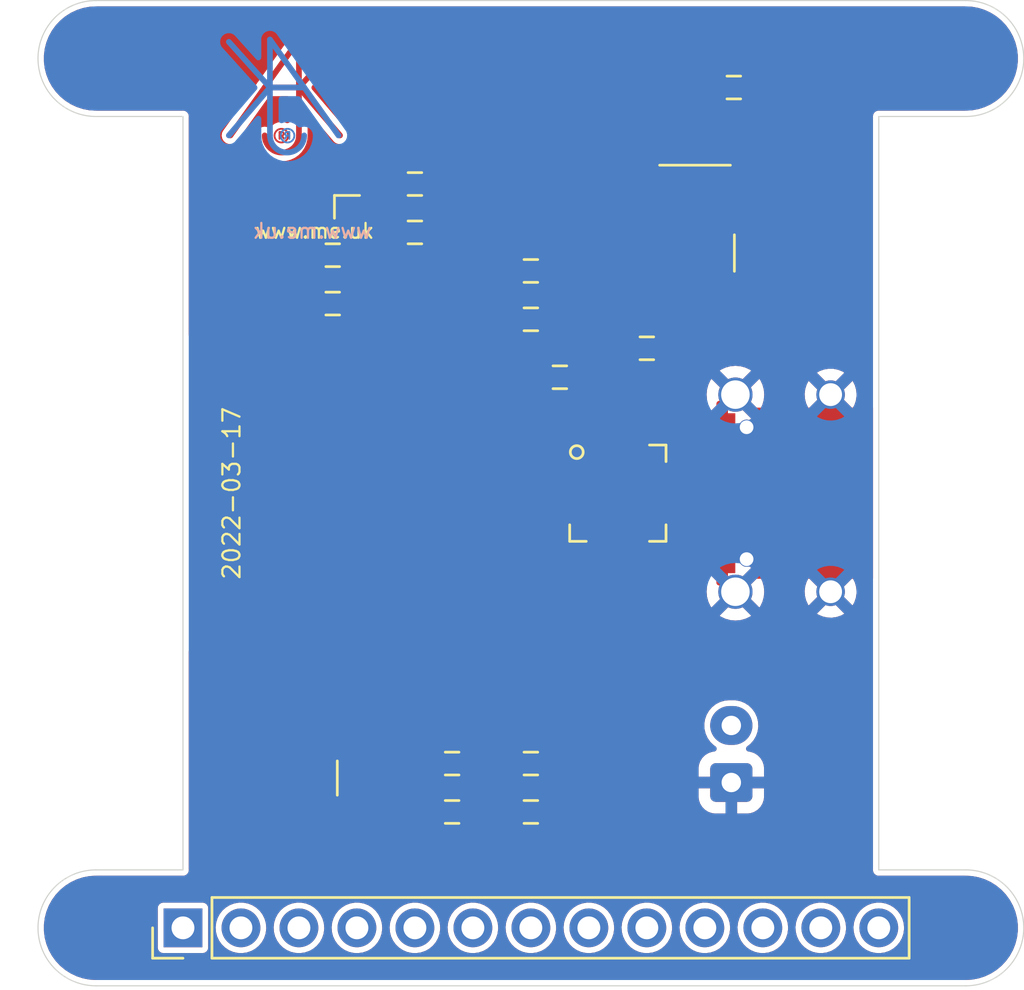
<source format=kicad_pcb>
(kicad_pcb (version 20211014) (generator pcbnew)
  (title_block (title "1.54\" epaper display") (date "${DATE}") (rev "1") (comment 1 "www.me.uk") (comment 2 "@TheRealRevK") (comment 3 "Adrian Kennard Andrews & Arnold Ltd"))
  (layers (0 "F.Cu" signal) (31 "B.Cu" signal) (34 "B.Paste" user) (35 "F.Paste" user) (36 "B.SilkS" user "B.Silkscreen") (37 "F.SilkS" user "F.Silkscreen") (38 "B.Mask" user) (39 "F.Mask" user) (44 "Edge.Cuts" user))
  (property "DATE" "2022-03-17")
  (net 0 "")
  (net 1 "VBUS")
  (net 2 "D+")
  (net 3 "D-")
  (net 5 "Net-(J1-PadA5)")
  (net 6 "Net-(J1-PadB5)")
  (net 8 "Net-(J1-PadA6)")
  (net 9 "TEMP")
  (net 10 "Net-(R7-Pad2)")
  (net 11 "GND")
  (net 12 "+3V3")
  (net 28 "R")
  (net 29 "G")
  (net 30 "B")
  (net 31 "DC")
  (net 32 "Net-(D3-Pad2)")
  (net 33 "Net-(D3-Pad3)")
  (net 38 "O")
  (net 42 "I")
  (net 43 "EN")
  (net 44 "Net-(D3-Pad4)")
  (net 45 "Net-(R1-Pad2)")
  (net 47 "BOOT")
  (net 48 "Net-(J1-PadA7)")
  (footprint "RevK:QFN-20-1EP_4x4mm_P0.5mm_EP2.5x2.5mm" (layer "F.Cu") (at 154.94 82.55)
    (fp_text reference "U2" hide)
    (fp_text value "FT231XQ")
    (fp_line (start -1.385 2.11) (end -2.11 2.11) (layer "F.SilkS") (width 0.12))
    (fp_line (start 2.11 2.11) (end 2.11 1.385) (layer "F.SilkS") (width 0.12))
    (fp_line (start 1.385 2.11) (end 2.11 2.11) (layer "F.SilkS") (width 0.12))
    (fp_line (start -2.11 2.11) (end -2.11 1.385) (layer "F.SilkS") (width 0.12))
    (fp_line (start 2.11 -2.11) (end 2.11 -1.385) (layer "F.SilkS") (width 0.12))
    (fp_line (start 1.385 -2.11) (end 2.11 -2.11) (layer "F.SilkS") (width 0.12))
    (fp_circle (center -1.8 -1.8) (end -1.6 -1.6) (layer "F.SilkS") (width 0.12) (fill none))
    (pad "1" smd roundrect (at -1.9 -1) (size 0.7 0.25) (layers "F.Cu" "F.Paste" "F.Mask") (net 38 "O"))
    (pad "2" smd roundrect (at -1.9 -0.5) (size 0.7 0.25) (layers "F.Cu" "F.Paste" "F.Mask") (net 11 "GND"))
    (pad "3" smd roundrect (at -1.9 0) (size 0.7 0.25) (layers "F.Cu" "F.Paste" "F.Mask") (net 11 "GND"))
    (pad "4" smd roundrect (at -1.9 0.5) (size 0.7 0.25) (layers "F.Cu" "F.Paste" "F.Mask") (net 11 "GND"))
    (pad "5" smd roundrect (at -1.9 1) (size 0.7 0.25) (layers "F.Cu" "F.Paste" "F.Mask") (net 11 "GND"))
    (pad "6" smd roundrect (at -1 1.9) (size 0.25 0.7) (layers "F.Cu" "F.Paste" "F.Mask") (net 11 "GND"))
    (pad "7" smd roundrect (at -0.5 1.9) (size 0.25 0.7) (layers "F.Cu" "F.Paste" "F.Mask"))
    (pad "8" smd roundrect (at 0 1.9) (size 0.25 0.7) (layers "F.Cu" "F.Paste" "F.Mask") (net 2 "D+"))
    (pad "9" smd roundrect (at 0.5 1.9) (size 0.25 0.7) (layers "F.Cu" "F.Paste" "F.Mask") (net 3 "D-"))
    (pad "10" smd roundrect (at 1 1.9) (size 0.25 0.7) (layers "F.Cu" "F.Paste" "F.Mask") (net 12 "+3V3"))
    (pad "11" smd roundrect (at 1.9 1) (size 0.7 0.25) (layers "F.Cu" "F.Paste" "F.Mask") (net 12 "+3V3"))
    (pad "12" smd roundrect (at 1.9 0.5) (size 0.7 0.25) (layers "F.Cu" "F.Paste" "F.Mask") (net 12 "+3V3"))
    (pad "13" smd roundrect (at 1.9 0) (size 0.7 0.25) (layers "F.Cu" "F.Paste" "F.Mask") (net 11 "GND"))
    (pad "14" smd roundrect (at 1.9 -0.5) (size 0.7 0.25) (layers "F.Cu" "F.Paste" "F.Mask"))
    (pad "15" smd roundrect (at 1.9 -1) (size 0.7 0.25) (layers "F.Cu" "F.Paste" "F.Mask"))
    (pad "16" smd roundrect (at 1 -1.9) (size 0.25 0.7) (layers "F.Cu" "F.Paste" "F.Mask") (net 10 "Net-(R7-Pad2)"))
    (pad "17" smd roundrect (at 0.5 -1.9) (size 0.25 0.7) (layers "F.Cu" "F.Paste" "F.Mask") (net 42 "I"))
    (pad "18" smd roundrect (at 0 -1.9) (size 0.25 0.7) (layers "F.Cu" "F.Paste" "F.Mask") (net 47 "BOOT"))
    (pad "19" smd roundrect (at -0.5 -1.9) (size 0.25 0.7) (layers "F.Cu" "F.Paste" "F.Mask") (net 43 "EN"))
    (pad "20" smd roundrect (at -1 -1.9) (size 0.25 0.7) (layers "F.Cu" "F.Paste" "F.Mask") (net 12 "+3V3"))
    (pad "21" smd roundrect (at 0 0) (size 2 2) (layers "F.Cu" "F.Mask") (roundrect_rratio 0) (chamfer_ratio 0.125) (chamfer top_left) (net 11 "GND"))
    (zone (net 0) (net_name "") (layer "F.Cu") (connect_pads (clearance 0)) (min_thickness 0.254)
      (keepout (tracks allowed) (vias allowed) (pads allowed) (copperpour not_allowed) (footprints allowed))
      (fill (thermal_gap 0.508) (thermal_bridge_width 0.508))
      (polygon (pts (xy 156.94 81.35) (xy 156.94 83.75) (xy 156.14 84.55) (xy 153.74 84.55) (xy 152.94 83.75) (xy 152.94 81.35) (xy 153.74 80.55) (xy 156.14 80.55)))
    )
  )
  (footprint "RevK:USC16-TR-Round" (layer "F.Cu") (at 166.37 82.55 90)
    (fp_text reference "J1" hide)
    (fp_text value "USB-C")
    (pad "A1" smd rect (at -3.2 -6.86 90) (size 0.6 1.14) (layers "F.Cu" "F.Paste" "F.Mask") (net 11 "GND"))
    (pad "A4" smd rect (at -2.4 -6.86 90) (size 0.6 1.14) (layers "F.Cu" "F.Paste" "F.Mask") (net 1 "VBUS"))
    (pad "A5" smd roundrect (at -1.25 -6.86 90) (size 0.3 1.14) (layers "F.Cu" "F.Paste" "F.Mask") (net 5 "Net-(J1-PadA5)"))
    (pad "A6" smd roundrect (at -0.25 -6.86 90) (size 0.3 1.14) (layers "F.Cu" "F.Paste" "F.Mask") (net 8 "Net-(J1-PadA6)"))
    (pad "A7" smd roundrect (at 0.25 -6.86 90) (size 0.3 1.14) (layers "F.Cu" "F.Paste" "F.Mask") (net 48 "Net-(J1-PadA7)"))
    (pad "A8" smd roundrect (at 1.25 -6.86 90) (size 0.3 1.14) (layers "F.Cu" "F.Paste" "F.Mask"))
    (pad "A9" smd rect (at 2.4 -6.86 90) (size 0.6 1.14) (layers "F.Cu") (net 1 "VBUS"))
    (pad "A12" smd rect (at 3.2 -6.86 90) (size 0.6 1.14) (layers "F.Cu") (net 11 "GND"))
    (pad "B1" smd rect (at 3.2 -6.86 90) (size 0.6 1.14) (layers "F.Cu" "F.Paste" "F.Mask") (net 11 "GND"))
    (pad "B4" smd rect (at 2.4 -6.86 90) (size 0.6 1.14) (layers "F.Cu" "F.Paste" "F.Mask") (net 1 "VBUS"))
    (pad "B5" smd roundrect (at 1.75 -6.86 90) (size 0.3 1.14) (layers "F.Cu" "F.Paste" "F.Mask") (net 6 "Net-(J1-PadB5)"))
    (pad "B6" smd roundrect (at 0.75 -6.86 90) (size 0.3 1.14) (layers "F.Cu" "F.Paste" "F.Mask") (net 8 "Net-(J1-PadA6)"))
    (pad "B7" smd roundrect (at -0.75 -6.86 90) (size 0.3 1.14) (layers "F.Cu" "F.Paste" "F.Mask") (net 48 "Net-(J1-PadA7)"))
    (pad "B8" smd roundrect (at -1.75 -6.86 90) (size 0.3 1.14) (layers "F.Cu" "F.Paste" "F.Mask"))
    (pad "B9" smd rect (at -2.4 -6.86 90) (size 0.6 1.14) (layers "F.Cu") (net 1 "VBUS"))
    (pad "B12" smd rect (at -3.2 -6.86 90) (size 0.6 1.14) (layers "F.Cu") (net 11 "GND"))
    (pad "S1" thru_hole circle (at 4.32 -6.28 90) (size 1.5 1.5) (drill 1.25) (layers *.Cu *.Mask) (net 11 "GND"))
    (pad "S1" thru_hole circle (at 2.89 -5.79 90) (size 0.67 0.67) (drill 0.6) (layers *.Cu *.Mask) (net 11 "GND"))
    (pad "S1" thru_hole circle (at -4.32 -6.28 90) (size 1.5 1.5) (drill 1.25) (layers *.Cu *.Mask) (net 11 "GND"))
    (pad "S1" thru_hole circle (at -4.32 -2.11 90) (size 1.25 1.25) (drill 1) (layers *.Cu *.Mask) (net 11 "GND"))
    (pad "S1" thru_hole circle (at -2.89 -5.79 90) (size 0.67 0.67) (drill 0.6) (layers *.Cu *.Mask) (net 11 "GND"))
    (pad "S1" smd rect (at 0 -2.875 90) (size 7.5 5.25) (layers "F.Cu" "F.Mask") (net 11 "GND"))
    (pad "S1" thru_hole circle (at 4.32 -2.11 90) (size 1.25 1.25) (drill 1) (layers *.Cu *.Mask) (net 11 "GND"))
  )
  (footprint "RevK:Hidden" (layer "F.Cu") (at 153.915 93.87)
    (fp_text reference "C3" hide)
    (fp_text value "10uF")
  )
  (footprint "RevK:C_0603" (layer "F.Cu") (at 160.02 64.77)
    (fp_text reference "C4" hide)
    (fp_text value "10nF")
    (fp_line (start -0.3 0.5) (end 0.3 0.5) (layer "F.SilkS") (width 0.12))
    (fp_line (start -0.3 -0.5) (end 0.3 -0.5) (layer "F.SilkS") (width 0.12))
    (pad "1" smd roundrect (at -0.775 0) (size 0.8 0.95) (layers "F.Cu" "F.Paste" "F.Mask") (net 11 "GND"))
    (pad "2" smd roundrect (at 0.775 0) (size 0.8 0.95) (layers "F.Cu" "F.Paste" "F.Mask") (net 1 "VBUS"))
  )
  (footprint "RevK:R_0603" (layer "F.Cu") (at 151.13 74.93)
    (fp_text reference "R7" hide)
    (fp_text value "4k7")
    (fp_line (start -0.3 0.5) (end 0.3 0.5) (layer "F.SilkS") (width 0.12))
    (fp_line (start -0.3 -0.5) (end 0.3 -0.5) (layer "F.SilkS") (width 0.12))
    (pad "1" smd roundrect (at -0.825 0) (size 0.8 0.95) (layers "F.Cu" "F.Paste" "F.Mask") (net 1 "VBUS"))
    (pad "2" smd roundrect (at 0.825 0) (size 0.8 0.95) (layers "F.Cu" "F.Paste" "F.Mask") (net 10 "Net-(R7-Pad2)"))
  )
  (footprint "RevK:Molex_MiniSPOX_H2RA" (layer "F.Cu") (at 159.91 93.98 90)
    (fp_text reference "J2" hide)
    (fp_text value "DC")
    (pad "1" thru_hole roundrect (at -1.25 0 90) (size 1.7 1.85) (drill 0.85) (layers *.Cu *.Mask) (roundrect_rratio 0.147059) (net 11 "GND"))
    (pad "2" thru_hole oval (at 1.25 0 90) (size 1.7 1.85) (drill 0.85) (layers *.Cu *.Mask) (net 31 "DC"))
  )
  (footprint "RevK:Hidden" (layer "F.Cu") (at 156.035 93.87)
    (fp_text reference "D1" hide)
    (fp_text value "Schottky")
  )
  (footprint "RevK:Hidden" (layer "F.Cu") (at 152.915 92.25)
    (fp_text reference "C1" hide)
    (fp_text value "0.1uF")
  )
  (footprint "RevK:RegulatorBlockFB" (layer "F.Cu") (at 158.32 68.85)
    (fp_text reference "U1" hide)
    (fp_text value "LMR16006+FB")
    (fp_line (start 1.725 2.375) (end 1.725 3.975) (layer "F.SilkS") (width 0.12))
    (fp_line (start -1.55 -0.675) (end 1.55 -0.675) (layer "F.SilkS") (width 0.12))
    (pad "" smd rect (at 2.4 0.05 90) (size 3.7 1.425) (layers "F.Cu" "F.Mask") (clearance 0.2))
    (pad "" smd roundrect (at -2.1 1.025 90) (size 0.9 0.95) (layers "F.Cu" "F.Paste" "F.Mask") (clearance 0.2))
    (pad "" smd rect (at 0.95 -1.35 90) (size 1.1 0.6) (layers "F.Cu" "F.Paste" "F.Mask") (clearance 0.2))
    (pad "" smd rect (at 0.95 1.35 90) (size 1.1 0.6) (layers "F.Cu" "F.Paste" "F.Mask") (clearance 0.2))
    (pad "" smd rect (at 1.9 1.35) (size 2 0.5) (layers "F.Cu") (clearance 0.2))
    (pad "" smd custom (at -0.475 0.45) (size 1.95 0.25) (layers "F.Cu") (clearance 0.2) (options (clearance outline) (anchor rect)) (primitives (gr_arc (start 0.975 0) (mid 1.293198 0.131802) (end 1.425 0.45) (width 0.25)) (gr_arc (start -1.425 0.45) (mid -1.293198 0.131802) (end -0.975 0) (width 0.25))))
    (pad "" smd custom (at -0.8 -0.45) (size 2.6 0.25) (layers "F.Cu") (clearance 0.2) (options (clearance outline) (anchor rect)) (primitives (gr_arc (start 1.75 -0.45) (mid 1.618198 -0.131802) (end 1.3 0) (width 0.25))))
    (pad "" smd roundrect (at 0.7975 3.17) (size 1.425 1.75) (layers "F.Cu" "F.Paste" "F.Mask") (roundrect_rratio 0.175) (clearance 0.2))
    (pad "" smd rect (at 0.95 2.3 90) (size 2 0.5) (layers "F.Cu") (clearance 0.2))
    (pad "" smd roundrect (at -2.1 -0.525 90) (size 0.9 0.95) (layers "F.Cu" "F.Paste" "F.Mask") (clearance 0.2))
    (pad "1" smd rect (at -0.95 1.35 90) (size 1.1 0.6) (layers "F.Cu" "F.Paste" "F.Mask") (net 31 "DC") (clearance 0.2))
    (pad "2" smd roundrect (at -0.85 2.6 270) (size 1 1.45) (layers "F.Cu" "F.Paste" "F.Mask") (net 31 "DC") (clearance 0.2))
    (pad "2" smd rect (at 0 1.35 90) (size 1.1 0.6) (layers "F.Cu" "F.Paste" "F.Mask") (net 31 "DC") (clearance 0.2))
    (pad "2" smd custom (at -1.06 2.55) (size 0.1 0.1) (layers "F.Cu") (net 31 "DC") (options (clearance outline) (anchor rect)) (primitives (gr_arc (start 1 -1) (mid 0.707108 -0.292894) (end 0.000002 0) (width 0.5))))
    (pad "3" smd roundrect (at -0.85 4.5 270) (size 1 1.45) (layers "F.Cu" "F.Paste" "F.Mask") (net 11 "GND"))
    (pad "3" smd roundrect (at 5.4 4.5 270) (size 1 1.45) (layers "F.Cu" "F.Paste" "F.Mask") (net 11 "GND"))
    (pad "3" smd rect (at 0 -1.35 90) (size 1.1 0.6) (layers "F.Cu" "F.Paste" "F.Mask") (net 11 "GND") (clearance 0.2))
    (pad "3" smd custom (at -1.1 4.5) (size 0.1 0.1) (layers "F.Cu") (net 11 "GND") (clearance 0.2) (options (clearance outline) (anchor rect)) (primitives (gr_line (start 0 0) (end 6.6 0) (width 0.4999)) (gr_line (start 4.8625 0) (end 4.8625 -1.6) (width 0.4999)) (gr_line (start 5 -1.6) (end 5 -6.4) (width 0.4999)) (gr_arc (start 4.55 -6.85) (mid 4.868198 -6.718198) (end 5 -6.4) (width 0.4999)) (gr_line (start 4.55 -6.85) (end 1.55 -6.85) (width 0.4999)) (gr_arc (start 1.1 -6.4) (mid 1.231802 -6.718198) (end 1.55 -6.85) (width 0.4999)) (gr_line (start 1.1 -6.4) (end 1.1 -5.9) (width 0.4999))))
    (pad "3" smd roundrect (at 3.7625 3.17) (size 1.425 1.75) (layers "F.Cu" "F.Paste" "F.Mask") (roundrect_rratio 0.175) (net 11 "GND") (clearance 0.2))
    (pad "4" smd roundrect (at 5.4 2.6 270) (size 1 1.45) (layers "F.Cu" "F.Paste" "F.Mask") (net 12 "+3V3") (clearance 0.2))
    (pad "4" smd rect (at 5.4 0.8) (size 0.5 4) (layers "F.Cu") (net 12 "+3V3"))
    (pad "4" smd rect (at 5.4 0.05 90) (size 3.7 1.425) (layers "F.Cu" "F.Mask") (net 12 "+3V3"))
    (pad "5" smd rect (at -0.95 -1.35 90) (size 1.1 0.6) (layers "F.Cu" "F.Paste" "F.Mask") (net 45 "Net-(R1-Pad2)") (clearance 0.2))
  )
  (footprint "RevK:R_0603" (layer "F.Cu") (at 146.05 69)
    (fp_text reference "R12" hide)
    (fp_text value "2K")
    (fp_line (start -0.3 -0.5) (end 0.3 -0.5) (layer "F.SilkS") (width 0.12))
    (fp_line (start -0.3 0.5) (end 0.3 0.5) (layer "F.SilkS") (width 0.12))
    (pad "1" smd roundrect (at -0.825 0) (size 0.8 0.95) (layers "F.Cu" "F.Paste" "F.Mask") (net 33 "Net-(D3-Pad3)"))
    (pad "2" smd roundrect (at 0.825 0) (size 0.8 0.95) (layers "F.Cu" "F.Paste" "F.Mask") (net 29 "G"))
  )
  (footprint "RevK:R_0603" (layer "F.Cu") (at 146.05 71.12)
    (fp_text reference "R9" hide)
    (fp_text value "10k")
    (fp_line (start -0.3 -0.5) (end 0.3 -0.5) (layer "F.SilkS") (width 0.12))
    (fp_line (start -0.3 0.5) (end 0.3 0.5) (layer "F.SilkS") (width 0.12))
    (pad "1" smd roundrect (at -0.825 0) (size 0.8 0.95) (layers "F.Cu" "F.Paste" "F.Mask") (net 12 "+3V3"))
    (pad "2" smd roundrect (at 0.825 0) (size 0.8 0.95) (layers "F.Cu" "F.Paste" "F.Mask") (net 43 "EN"))
  )
  (footprint "RevK:R_0603" (layer "F.Cu") (at 142.45 72.12)
    (fp_text reference "R1" hide)
    (fp_text value "100k 1% or 0R")
    (fp_line (start -0.3 -0.5) (end 0.3 -0.5) (layer "F.SilkS") (width 0.12))
    (fp_line (start -0.3 0.5) (end 0.3 0.5) (layer "F.SilkS") (width 0.12))
    (pad "1" smd roundrect (at -0.825 0) (size 0.8 0.95) (layers "F.Cu" "F.Paste" "F.Mask") (net 12 "+3V3"))
    (pad "2" smd roundrect (at 0.825 0) (size 0.8 0.95) (layers "F.Cu" "F.Paste" "F.Mask") (net 45 "Net-(R1-Pad2)"))
  )
  (footprint "RevK:ESP32-PICO-MINI-02" (layer "F.Cu") (at 141.62325 82.55 90)
    (fp_text reference "U3" hide)
    (fp_text value "ESP32-PICO-MINI-02")
    (fp_text user "${DATE}" (at 0 -3.6 90 unlocked) (layer "F.SilkS") (effects (font (size 0.75 0.75) (thickness 0.1))))
    (pad "1" smd rect (at -5.9 -4 90) (size 0.8 0.4) (layers "F.Cu" "F.Paste" "F.Mask") (net 11 "GND"))
    (pad "2" smd rect (at -5.9 -3.2 90) (size 0.8 0.4) (layers "F.Cu" "F.Paste" "F.Mask") (net 11 "GND"))
    (pad "3" smd rect (at -5.9 -2.4 90) (size 0.8 0.4) (layers "F.Cu" "F.Paste" "F.Mask") (net 12 "+3V3"))
    (pad "4" smd rect (at -5.9 -1.6 90) (size 0.8 0.4) (layers "F.Cu" "F.Paste" "F.Mask"))
    (pad "5" smd rect (at -5.9 -0.8 90) (size 0.8 0.4) (layers "F.Cu" "F.Paste" "F.Mask"))
    (pad "6" smd rect (at -5.9 0 90) (size 0.8 0.4) (layers "F.Cu" "F.Paste" "F.Mask"))
    (pad "7" smd rect (at -5.9 0.8 90) (size 0.8 0.4) (layers "F.Cu" "F.Paste" "F.Mask"))
    (pad "8" smd rect (at -5.9 1.6 90) (size 0.8 0.4) (layers "F.Cu" "F.Paste" "F.Mask") (net 43 "EN"))
    (pad "9" smd rect (at -5.9 2.4 90) (size 0.8 0.4) (layers "F.Cu" "F.Paste" "F.Mask"))
    (pad "10" smd rect (at -5.9 3.2 90) (size 0.8 0.4) (layers "F.Cu" "F.Paste" "F.Mask"))
    (pad "11" smd rect (at -5.9 4 90) (size 0.8 0.4) (layers "F.Cu" "F.Paste" "F.Mask") (net 11 "GND"))
    (pad "12" smd rect (at -4.8 4.9 90) (size 0.4 0.8) (layers "F.Cu" "F.Paste" "F.Mask"))
    (pad "13" smd rect (at -4 4.9 90) (size 0.4 0.8) (layers "F.Cu" "F.Paste" "F.Mask"))
    (pad "14" smd rect (at -3.2 4.9 90) (size 0.4 0.8) (layers "F.Cu" "F.Paste" "F.Mask") (net 11 "GND"))
    (pad "15" smd rect (at -2.4 4.9 90) (size 0.4 0.8) (layers "F.Cu" "F.Paste" "F.Mask"))
    (pad "16" smd rect (at -1.6 4.9 90) (size 0.4 0.8) (layers "F.Cu" "F.Paste" "F.Mask"))
    (pad "17" smd rect (at -0.8 4.9 90) (size 0.4 0.8) (layers "F.Cu" "F.Paste" "F.Mask"))
    (pad "18" smd rect (at 0 4.9 90) (size 0.4 0.8) (layers "F.Cu" "F.Paste" "F.Mask") (net 9 "TEMP"))
    (pad "19" smd rect (at 0.8 4.9 90) (size 0.4 0.8) (layers "F.Cu" "F.Paste" "F.Mask"))
    (pad "20" smd rect (at 1.6 4.9 90) (size 0.4 0.8) (layers "F.Cu" "F.Paste" "F.Mask"))
    (pad "21" smd rect (at 2.4 4.9 90) (size 0.4 0.8) (layers "F.Cu" "F.Paste" "F.Mask"))
    (pad "22" smd rect (at 3.2 4.9 90) (size 0.4 0.8) (layers "F.Cu" "F.Paste" "F.Mask"))
    (pad "23" smd rect (at 4 4.9 90) (size 0.4 0.8) (layers "F.Cu" "F.Paste" "F.Mask") (net 47 "BOOT"))
    (pad "24" smd rect (at 4.8 4.9 90) (size 0.4 0.8) (layers "F.Cu" "F.Paste" "F.Mask"))
    (pad "25" smd rect (at 5.9 4 90) (size 0.8 0.4) (layers "F.Cu" "F.Paste" "F.Mask"))
    (pad "26" smd rect (at 5.9 3.2 90) (size 0.8 0.4) (layers "F.Cu" "F.Paste" "F.Mask"))
    (pad "27" smd rect (at 5.9 2.4 90) (size 0.8 0.4) (layers "F.Cu" "F.Paste" "F.Mask") (net 28 "R"))
    (pad "28" smd rect (at 5.9 1.6 90) (size 0.8 0.4) (layers "F.Cu" "F.Paste" "F.Mask") (net 30 "B"))
    (pad "29" smd rect (at 5.9 0.8 90) (size 0.8 0.4) (layers "F.Cu" "F.Paste" "F.Mask"))
    (pad "30" smd rect (at 5.9 0 90) (size 0.8 0.4) (layers "F.Cu" "F.Paste" "F.Mask") (net 42 "I"))
    (pad "31" smd rect (at 5.9 -0.8 90) (size 0.8 0.4) (layers "F.Cu" "F.Paste" "F.Mask") (net 38 "O"))
    (pad "32" smd rect (at 5.9 -1.6 90) (size 0.8 0.4) (layers "F.Cu" "F.Paste" "F.Mask"))
    (pad "33" smd rect (at 5.9 -2.4 90) (size 0.8 0.4) (layers "F.Cu" "F.Paste" "F.Mask") (net 29 "G"))
    (pad "34" smd rect (at 5.9 -3.2 90) (size 0.8 0.4) (layers "F.Cu" "F.Paste" "F.Mask"))
    (pad "35" smd rect (at 5.9 -4 90) (size 0.8 0.4) (layers "F.Cu" "F.Paste" "F.Mask"))
    (pad "36" smd rect (at 4.8 -4.9 90) (size 0.4 0.8) (layers "F.Cu" "F.Paste" "F.Mask") (net 11 "GND"))
    (pad "37" smd rect (at 4 -4.9 90) (size 0.4 0.8) (layers "F.Cu" "F.Paste" "F.Mask") (net 11 "GND"))
    (pad "38" smd rect (at 3.2 -4.9 90) (size 0.4 0.8) (layers "F.Cu" "F.Paste" "F.Mask") (net 11 "GND"))
    (pad "39" smd rect (at 2.4 -4.9 90) (size 0.4 0.8) (layers "F.Cu" "F.Paste" "F.Mask") (net 11 "GND"))
    (pad "40" smd rect (at 1.6 -4.9 90) (size 0.4 0.8) (layers "F.Cu" "F.Paste" "F.Mask") (net 11 "GND"))
    (pad "41" smd rect (at 0.8 -4.9 90) (size 0.4 0.8) (layers "F.Cu" "F.Paste" "F.Mask") (net 11 "GND"))
    (pad "42" smd rect (at 0 -4.9 90) (size 0.4 0.8) (layers "F.Cu" "F.Paste" "F.Mask") (net 11 "GND"))
    (pad "43" smd rect (at -0.8 -4.9 90) (size 0.4 0.8) (layers "F.Cu" "F.Paste" "F.Mask") (net 11 "GND"))
    (pad "44" smd rect (at -1.6 -4.9 90) (size 0.4 0.8) (layers "F.Cu" "F.Paste" "F.Mask") (net 11 "GND"))
    (pad "45" smd rect (at -2.4 -4.9 90) (size 0.4 0.8) (layers "F.Cu" "F.Paste" "F.Mask") (net 11 "GND"))
    (pad "46" smd rect (at -3.2 -4.9 90) (size 0.4 0.8) (layers "F.Cu" "F.Paste" "F.Mask") (net 11 "GND"))
    (pad "47" smd rect (at -4 -4.9 90) (size 0.4 0.8) (layers "F.Cu" "F.Paste" "F.Mask") (net 11 "GND"))
    (pad "48" smd rect (at -4.8 -4.9 90) (size 0.4 0.8) (layers "F.Cu" "F.Paste" "F.Mask") (net 11 "GND"))
    (pad "49" smd rect (at 0 -1.975 90) (size 1.45 1.45) (layers "F.Cu" "F.Paste" "F.Mask") (net 11 "GND"))
    (pad "49" smd rect (at 1.975 -1.975 90) (size 1.45 1.45) (layers "F.Cu" "F.Paste" "F.Mask") (net 11 "GND"))
    (pad "49" smd rect (at 1.975 0 90) (size 1.45 1.45) (layers "F.Cu" "F.Paste" "F.Mask") (net 11 "GND"))
    (pad "49" smd rect (at -1.975 0 90) (size 1.45 1.45) (layers "F.Cu" "F.Paste" "F.Mask") (net 11 "GND"))
    (pad "49" smd rect (at 0 1.975 90) (size 1.45 1.45) (layers "F.Cu" "F.Paste" "F.Mask") (net 11 "GND"))
    (pad "49" smd rect (at 0 0 90) (size 1.45 1.45) (layers "F.Cu" "F.Paste" "F.Mask") (net 11 "GND"))
    (pad "49" smd rect (at -1.975 1.975 90) (size 1.45 1.45) (layers "F.Cu" "F.Paste" "F.Mask") (net 11 "GND"))
    (pad "49" smd rect (at 1.975 1.975 90) (size 1.45 1.45) (layers "F.Cu" "F.Paste" "F.Mask") (net 11 "GND"))
    (pad "49" smd roundrect (at -1.975 -1.975 90) (size 1.45 1.45) (layers "F.Cu" "F.Paste" "F.Mask") (roundrect_rratio 0) (chamfer_ratio 0.41) (chamfer top_left) (net 11 "GND"))
    (pad "50" smd rect (at 5.95 -4.95 90) (size 0.7 0.7) (layers "F.Cu" "F.Paste" "F.Mask") (net 11 "GND"))
    (pad "51" smd rect (at 5.95 4.95 90) (size 0.7 0.7) (layers "F.Cu" "F.Paste" "F.Mask") (net 11 "GND"))
    (pad "52" smd rect (at -5.95 4.95 90) (size 0.7 0.7) (layers "F.Cu" "F.Paste" "F.Mask") (net 11 "GND"))
    (pad "53" smd rect (at -5.95 -4.95 90) (size 0.7 0.7) (layers "F.Cu" "F.Paste" "F.Mask") (net 11 "GND"))
    (zone (net 0) (net_name "") (layer "F.Cu") (connect_pads (clearance 0)) (min_thickness 0.01)
      (keepout (tracks not_allowed) (vias not_allowed) (pads not_allowed) (copperpour not_allowed) (footprints allowed))
      (fill (thermal_gap 0.508) (thermal_bridge_width 0.508))
      (polygon (pts (xy 130.62325 89.15) (xy 130.62325 75.95) (xy 136.02325 75.95) (xy 136.02325 89.15)))
    )
    (zone (net 0) (net_name "") (layer "B.Cu") (connect_pads (clearance 0)) (min_thickness 0.01)
      (keepout (tracks not_allowed) (vias not_allowed) (pads not_allowed) (copperpour not_allowed) (footprints allowed))
      (fill (thermal_gap 0.508) (thermal_bridge_width 0.508))
      (polygon (pts (xy 130.62325 89.15) (xy 130.62325 75.95) (xy 136.02325 75.95) (xy 136.02325 89.15)))
    )
  )
  (footprint "RevK:R_0603" (layer "F.Cu") (at 142.45 74.24)
    (fp_text reference "R6" hide)
    (fp_text value "27R")
    (fp_line (start -0.3 0.5) (end 0.3 0.5) (layer "F.SilkS") (width 0.12))
    (fp_line (start -0.3 -0.5) (end 0.3 -0.5) (layer "F.SilkS") (width 0.12))
    (pad "1" smd roundrect (at -0.825 0) (size 0.8 0.95) (layers "F.Cu" "F.Paste" "F.Mask") (net 8 "Net-(J1-PadA6)"))
    (pad "2" smd roundrect (at 0.825 0) (size 0.8 0.95) (layers "F.Cu" "F.Paste" "F.Mask") (net 2 "D+"))
  )
  (footprint "RevK:D_1206" (layer "F.Cu") (at 143.15 95.035)
    (fp_text reference "D2" hide)
    (fp_text value "D")
    (fp_line (start -0.5 -0.75) (end -0.5 0.75) (layer "F.SilkS") (width 0.12))
    (pad "1" smd roundrect (at -1.4 0) (size 1.25 1.75) (layers "F.Cu" "F.Paste" "F.Mask") (roundrect_rratio 0.2) (net 31 "DC"))
    (pad "2" smd roundrect (at 1.4 0) (size 1.25 1.75) (layers "F.Cu" "F.Paste" "F.Mask") (roundrect_rratio 0.2) (net 1 "VBUS"))
  )
  (footprint "RevK:R_0603" (layer "F.Cu") (at 147.68 96.52)
    (fp_text reference "R11" hide)
    (fp_text value "680R")
    (fp_line (start -0.3 -0.5) (end 0.3 -0.5) (layer "F.SilkS") (width 0.12))
    (fp_line (start -0.3 0.5) (end 0.3 0.5) (layer "F.SilkS") (width 0.12))
    (pad "1" smd roundrect (at -0.825 0) (size 0.8 0.95) (layers "F.Cu" "F.Paste" "F.Mask") (net 32 "Net-(D3-Pad2)"))
    (pad "2" smd roundrect (at 0.825 0) (size 0.8 0.95) (layers "F.Cu" "F.Paste" "F.Mask") (net 28 "R"))
  )
  (footprint "RevK:R_0603" (layer "F.Cu") (at 151.13 96.52)
    (fp_text reference "R8" hide)
    (fp_text value "10k")
    (fp_line (start -0.3 -0.5) (end 0.3 -0.5) (layer "F.SilkS") (width 0.12))
    (fp_line (start -0.3 0.5) (end 0.3 0.5) (layer "F.SilkS") (width 0.12))
    (pad "1" smd roundrect (at -0.825 0) (size 0.8 0.95) (layers "F.Cu" "F.Paste" "F.Mask") (net 10 "Net-(R7-Pad2)"))
    (pad "2" smd roundrect (at 0.825 0) (size 0.8 0.95) (layers "F.Cu" "F.Paste" "F.Mask") (net 11 "GND"))
  )
  (footprint "RevK:R_0603" (layer "F.Cu") (at 147.68 94.4)
    (fp_text reference "R4" hide)
    (fp_text value "5K1")
    (fp_line (start -0.3 0.5) (end 0.3 0.5) (layer "F.SilkS") (width 0.12))
    (fp_line (start -0.3 -0.5) (end 0.3 -0.5) (layer "F.SilkS") (width 0.12))
    (pad "1" smd roundrect (at -0.825 0) (size 0.8 0.95) (layers "F.Cu" "F.Paste" "F.Mask") (net 6 "Net-(J1-PadB5)"))
    (pad "2" smd roundrect (at 0.825 0) (size 0.8 0.95) (layers "F.Cu" "F.Paste" "F.Mask") (net 11 "GND"))
  )
  (footprint "RevK:R_0603" (layer "F.Cu") (at 152.4 77.47)
    (fp_text reference "R3" hide)
    (fp_text value "5K1")
    (fp_line (start -0.3 0.5) (end 0.3 0.5) (layer "F.SilkS") (width 0.12))
    (fp_line (start -0.3 -0.5) (end 0.3 -0.5) (layer "F.SilkS") (width 0.12))
    (pad "1" smd roundrect (at -0.825 0) (size 0.8 0.95) (layers "F.Cu" "F.Paste" "F.Mask") (net 5 "Net-(J1-PadA5)"))
    (pad "2" smd roundrect (at 0.825 0) (size 0.8 0.95) (layers "F.Cu" "F.Paste" "F.Mask") (net 11 "GND"))
  )
  (footprint "RevK:AJK" (layer "F.Cu") (at 140.97 64.77)
    (fp_text reference "Logo2" hide)
    (fp_text value "AJK" hide)
    (fp_text user "www.me.uk" (at 0.69 6.29 unlocked) (layer "F.SilkS") (effects (font (size 0.65 0.65) (thickness 0.1))))
    (fp_line (start 0 0) (end -1.5 0) (layer "F.Cu") (width 0.25))
    (fp_line (start 1.8 -2) (end 0 0) (layer "F.Cu") (width 0.25))
    (fp_line (start 0 -2.1) (end 0 2.1) (layer "F.Cu") (width 0.25))
    (fp_line (start -0.85 2.11) (end -0.75 2.11) (layer "F.Cu") (width 0.08))
    (fp_line (start 0 0) (end 1.8 2.1) (layer "F.Cu") (width 0.25))
    (fp_line (start -0.75 2.11) (end -0.65 2.25) (layer "F.Cu") (width 0.08))
    (fp_line (start 0 -2.1) (end -3 2.1) (layer "F.Cu") (width 0.25))
    (fp_line (start -0.85 1.95) (end -0.75 1.95) (layer "F.Cu") (width 0.08))
    (fp_line (start -0.85 1.95) (end -0.85 2.25) (layer "F.Cu") (width 0.08))
    (fp_arc (start 0 2.1) (mid -0.75 2.85) (end -1.5 2.1) (layer "F.Cu") (width 0.25))
    (fp_arc (start -0.75 1.95) (mid -0.67 2.03) (end -0.75 2.11) (layer "F.Cu") (width 0.08))
    (fp_circle (center -0.77 2.11) (end -0.47 2.11) (layer "F.Cu") (width 0.08) (fill none))
  )
  (footprint "RevK:R_0603" (layer "F.Cu") (at 151.13 94.4)
    (fp_text reference "R13" hide)
    (fp_text value "220R")
    (fp_line (start -0.3 -0.5) (end 0.3 -0.5) (layer "F.SilkS") (width 0.12))
    (fp_line (start -0.3 0.5) (end 0.3 0.5) (layer "F.SilkS") (width 0.12))
    (pad "1" smd roundrect (at -0.825 0) (size 0.8 0.95) (layers "F.Cu" "F.Paste" "F.Mask") (net 44 "Net-(D3-Pad4)"))
    (pad "2" smd roundrect (at 0.825 0) (size 0.8 0.95) (layers "F.Cu" "F.Paste" "F.Mask") (net 30 "B"))
  )
  (footprint "Connector_PinHeader_2.54mm:PinHeader_1x13_P2.54mm_Vertical" (layer "F.Cu") (at 135.89 101.6 90)
    (fp_text reference "M1" hide)
    (fp_text value "EPaper")
    (fp_line (start 1.33 1.27) (end 1.33 31.81) (layer "F.SilkS") (width 0.12))
    (fp_line (start -1.33 1.27) (end -1.33 31.81) (layer "F.SilkS") (width 0.12))
    (fp_line (start -1.33 0) (end -1.33 -1.33) (layer "F.SilkS") (width 0.12))
    (fp_line (start -1.33 1.27) (end 1.33 1.27) (layer "F.SilkS") (width 0.12))
    (fp_line (start -1.33 31.81) (end 1.33 31.81) (layer "F.SilkS") (width 0.12))
    (fp_line (start -1.33 -1.33) (end 0 -1.33) (layer "F.SilkS") (width 0.12))
    (pad "1" thru_hole rect (at 0 0 90) (size 1.7 1.7) (drill 1) (layers *.Cu *.Mask))
    (pad "2" thru_hole oval (at 0 2.54 90) (size 1.7 1.7) (drill 1) (layers *.Cu *.Mask))
    (pad "3" thru_hole oval (at 0 5.08 90) (size 1.7 1.7) (drill 1) (layers *.Cu *.Mask))
    (pad "4" thru_hole oval (at 0 7.62 90) (size 1.7 1.7) (drill 1) (layers *.Cu *.Mask))
    (pad "5" thru_hole oval (at 0 10.16 90) (size 1.7 1.7) (drill 1) (layers *.Cu *.Mask))
    (pad "6" thru_hole oval (at 0 12.7 90) (size 1.7 1.7) (drill 1) (layers *.Cu *.Mask))
    (pad "7" thru_hole oval (at 0 15.24 90) (size 1.7 1.7) (drill 1) (layers *.Cu *.Mask))
    (pad "8" thru_hole oval (at 0 17.78 90) (size 1.7 1.7) (drill 1) (layers *.Cu *.Mask))
    (pad "9" thru_hole oval (at 0 20.32 90) (size 1.7 1.7) (drill 1) (layers *.Cu *.Mask))
    (pad "10" thru_hole oval (at 0 22.86 90) (size 1.7 1.7) (drill 1) (layers *.Cu *.Mask))
    (pad "11" thru_hole oval (at 0 25.4 90) (size 1.7 1.7) (drill 1) (layers *.Cu *.Mask))
    (pad "12" thru_hole oval (at 0 27.94 90) (size 1.7 1.7) (drill 1) (layers *.Cu *.Mask))
    (pad "13" thru_hole oval (at 0 30.48 90) (size 1.7 1.7) (drill 1) (layers *.Cu *.Mask))
  )
  (footprint "RevK:LED-RGB-1.6x1.6" (layer "F.Cu") (at 142.525 69.5)
    (fp_text reference "D3" hide)
    (fp_text value "RGB")
    (fp_line (start 1.1 0) (end 0 0) (layer "F.SilkS") (width 0.12))
    (fp_line (start 0 0) (end 0 1) (layer "F.SilkS") (width 0.12))
    (pad "1" smd rect (at 0.875 0.5) (size 0.85 0.5) (layers "F.Cu" "F.Paste" "F.Mask") (net 12 "+3V3"))
    (pad "2" smd rect (at -0.875 0.5) (size 0.85 0.5) (layers "F.Cu" "F.Paste" "F.Mask") (net 32 "Net-(D3-Pad2)"))
    (pad "3" smd rect (at -0.875 -0.5) (size 0.85 0.5) (layers "F.Cu" "F.Paste" "F.Mask") (net 33 "Net-(D3-Pad3)"))
    (pad "4" smd rect (at 0.875 -0.5) (size 0.85 0.5) (layers "F.Cu" "F.Paste" "F.Mask") (net 44 "Net-(D3-Pad4)"))
  )
  (footprint "RevK:QR-GFX" (layer "F.Cu") (at 151 65.31)
    (fp_text reference "U4" hide)
    (fp_text value "QR" hide)
    (fp_text user "${DATE}" (at 0 3.6) (layer "F.Cu") (effects (font (size 0.5 0.5) (thickness 0.1))))
    (pad "" smd rect locked (at 2 -0.4) (size 0.2 0.2) (layers "F.Cu") (clearance 0.2))
    (pad "" smd rect locked (at -1.4 -0.8) (size 1.4 0.2) (layers "F.Cu") (clearance 0.2))
    (pad "" smd rect locked (at -1.2 -0.4) (size 0.2 0.2) (layers "F.Cu") (clearance 0.2))
    (pad "" smd rect locked (at -0.2 2) (size 0.6 0.2) (layers "F.Cu") (clearance 0.2))
    (pad "" smd rect locked (at 1.4 0.8) (size 1 0.2) (layers "F.Cu") (clearance 0.2))
    (pad "" smd rect locked (at -1.4 1.4) (size 0.6 0.6) (layers "F.Cu") (clearance 0.2))
    (pad "" smd rect locked (at -2 0.3) (size 0.2 0.4) (layers "F.Cu") (clearance 0.2))
    (pad "" smd rect locked (at -0.2 -0.1) (size 0.2 0.4) (layers "F.Cu") (clearance 0.2))
    (pad "" smd rect locked (at 1 -1) (size 0.2 0.2) (layers "F.Cu") (clearance 0.2))
    (pad "" smd rect locked (at -0.4 0.6) (size 0.2 1) (layers "F.Cu") (clearance 0.2))
    (pad "" smd rect locked (at 0.2 -0.9) (size 0.2 0.4) (layers "F.Cu") (clearance 0.2))
    (pad "" smd rect locked (at 0.6 -0.2) (size 0.6 0.2) (layers "F.Cu") (clearance 0.2))
    (pad "" smd rect locked (at 0.7 -0.6) (size 0.8 0.2) (layers "F.Cu") (clearance 0.2))
    (pad "" smd rect locked (at -0.4 -2) (size 0.2 0.2) (layers "F.Cu") (clearance 0.2))
    (pad "" smd rect locked (at 0.8 -1.8) (size 0.2 0.6) (layers "F.Cu") (clearance 0.2))
    (pad "" smd rect locked (at 1.8 -0.3) (size 0.2 0.4) (layers "F.Cu") (clearance 0.2))
    (pad "" smd rect locked (at -0.4 -0.7) (size 0.2 0.4) (layers "F.Cu") (clearance 0.2))
    (pad "" smd rect locked (at 1.5 -0.6) (size 0.4 0.2) (layers "F.Cu") (clearance 0.2))
    (pad "" smd rect locked (at 0 -2) (size 0.2 0.2) (layers "F.Cu") (clearance 0.2))
    (pad "" smd rect locked (at 0.9 0) (size 0.4 0.2) (layers "F.Cu") (clearance 0.2))
    (pad "" smd rect locked (at -1 0.2) (size 0.2 0.2) (layers "F.Cu") (clearance 0.2))
    (pad "" smd rect locked (at 0 -1.4) (size 0.6 0.2) (layers "F.Cu") (clearance 0.2))
    (pad "" smd rect locked (at 1.4 2) (size 1.4 0.2) (layers "F.Cu") (clearance 0.2))
    (pad "" smd rect locked (at -1.4 -2) (size 1 0.2) (layers "F.Cu") (clearance 0.2))
    (pad "" smd rect locked (at -1.2 0.4) (size 0.2 0.2) (layers "F.Cu") (clearance 0.2))
    (pad "" smd rect locked (at -1.4 2) (size 1.4 0.2) (layers "F.Cu") (clearance 0.2))
    (pad "" smd rect locked (at -0.2 -1.8) (size 0.2 0.6) (layers "F.Cu") (clearance 0.2))
    (pad "" smd rect locked (at -0.8 -1.5) (size 0.2 1.2) (layers "F.Cu") (clearance 0.2))
    (pad "" smd rect locked (at -1.9 -0.4) (size 0.4 0.2) (layers "F.Cu") (clearance 0.2))
    (pad "" smd rect locked (at -1.4 0.8) (size 1 0.2) (layers "F.Cu") (clearance 0.2))
    (pad "" smd rect locked (at -0.7 0) (size 0.4 0.2) (layers "F.Cu") (clearance 0.2))
    (pad "" smd rect locked (at 0.3 -0.4) (size 0.4 0.2) (layers "F.Cu") (clearance 0.2))
    (pad "" smd rect locked (at 1.1 -0.4) (size 0.4 0.2) (layers "F.Cu") (clearance 0.2))
    (pad "" smd rect locked (at -0.2 0.6) (size 0.2 0.2) (layers "F.Cu") (clearance 0.2))
    (pad "" smd rect locked (at 1.1 0.2) (size 0.4 0.2) (layers "F.Cu") (clearance 0.2))
    (pad "" smd rect locked (at 1.8 -2) (size 0.2 0.2) (layers "F.Cu") (clearance 0.2))
    (pad "" smd rect locked (at 2 0) (size 0.2 0.2) (layers "F.Cu") (clearance 0.2))
    (pad "" smd rect locked (at -2 -1.5) (size 0.2 1.2) (layers "F.Cu") (clearance 0.2))
    (pad "" smd rect locked (at -2 1.3) (size 0.2 1.2) (layers "F.Cu") (clearance 0.2))
    (pad "" smd rect locked (at 0.4 0.2) (size 0.2 0.2) (layers "F.Cu") (clearance 0.2))
    (pad "" smd rect locked (at 0.4 0.9) (size 0.2 0.8) (layers "F.Cu") (clearance 0.2))
    (pad "" smd rect locked (at -1.8 0.1) (size 0.2 0.4) (layers "F.Cu") (clearance 0.2))
    (pad "" smd rect locked (at -0.3 -1.2) (size 0.4 0.2) (layers "F.Cu") (clearance 0.2))
    (pad "" smd rect locked (at 2 0.4) (size 0.2 0.2) (layers "F.Cu") (clearance 0.2))
    (pad "" smd rect locked (at 0 -0.3) (size 0.2 1.2) (layers "F.Cu") (clearance 0.2))
    (pad "" smd rect locked (at 1.6 -1.6) (size 0.2 0.2) (layers "F.Cu") (clearance 0.2))
    (pad "" smd rect locked (at 0.1 1.5) (size 0.4 0.4) (layers "F.Cu") (clearance 0.2))
    (pad "" smd rect locked (at 0.8 1.3) (size 0.2 1.2) (layers "F.Cu") (clearance 0.2))
    (pad "" smd rect locked (at 0.9 -1.4) (size 0.4 0.2) (layers "F.Cu") (clearance 0.2))
    (pad "" smd rect locked (at -1.5 -0.2) (size 0.4 0.2) (layers "F.Cu") (clearance 0.2))
    (pad "" smd rect locked (at -0.6 -0.4) (size 0.6 0.2) (layers "F.Cu") (clearance 0.2))
    (pad "" smd rect locked (at 1 -2) (size 0.2 0.2) (layers "F.Cu") (clearance 0.2))
    (pad "" smd rect locked (at 1.2 -1.9) (size 0.2 0.4) (layers "F.Cu") (clearance 0.2))
    (pad "" smd rect locked (at 1.5 0) (size 0.4 0.2) (layers "F.Cu") (clearance 0.2))
    (pad "" smd rect locked (at 0 0.9) (size 0.2 0.4) (layers "F.Cu") (clearance 0.2))
    (pad "" smd rect locked (at -1.4 0.2) (size 0.2 0.2) (layers "F.Cu") (clearance 0.2))
    (pad "" smd rect locked (at 2 1.3) (size 0.2 1.2) (layers "F.Cu") (clearance 0.2))
    (pad "" smd rect locked (at -0.7 0.4) (size 0.4 0.2) (layers "F.Cu") (clearance 0.2))
    (pad "" smd rect locked (at 1.4 -1.7) (size 0.2 0.8) (layers "F.Cu") (clearance 0.2))
    (pad "" smd rect locked (at 1.8 0.2) (size 0.2 0.2) (layers "F.Cu") (clearance 0.2))
    (pad "" smd rect locked (at 1.4 1.4) (size 0.6 0.6) (layers "F.Cu") (clearance 0.2))
    (pad "" smd rect locked (at 2 -1.9) (size 0.2 0.4) (layers "F.Cu") (clearance 0.2))
    (pad "" smd rect locked (at -0.8 1.3) (size 0.2 1.2) (layers "F.Cu") (clearance 0.2))
    (pad "" smd rect locked (at 0.6 -1.9) (size 0.2 0.4) (layers "F.Cu") (clearance 0.2))
    (pad "" smd rect locked (at 2 -1) (size 0.2 0.2) (layers "F.Cu") (clearance 0.2))
    (pad "" smd rect locked (at 1 0.4) (size 1 0.2) (layers "F.Cu") (clearance 0.2))
    (pad "" smd rect locked (at 0.7 -0.8) (size 0.4 0.2) (layers "F.Cu") (clearance 0.2))
    (pad "" smd rect locked (at 0.4 1.8) (size 0.2 0.2) (layers "F.Cu") (clearance 0.2))
    (pad "" smd rect locked (at 1.7 -1.3) (size 0.4 0.4) (layers "F.Cu") (clearance 0.2))
    (pad "" smd rect locked (at 0.2 0.4) (size 0.2 0.6) (layers "F.Cu") (clearance 0.2))
    (pad "" smd rect locked (at -1.4 -1.4) (size 0.6 0.6) (layers "F.Cu") (clearance 0.2))
    (pad "" smd rect locked (at -0.3 1.3) (size 0.4 0.4) (layers "F.Cu") (clearance 0.2))
    (pad "" smd rect locked (at 2 -1.4) (size 0.2 0.2) (layers "F.Cu") (clearance 0.2))
    (pad "" smd rect locked (at 0.4 -1.8) (size 0.2 0.6) (layers "F.Cu") (clearance 0.2))
    (zone (net 0) (net_name "") (layer "F.Cu") (connect_pads (clearance 0)) (min_thickness 0.254)
      (keepout (tracks not_allowed) (vias not_allowed) (pads allowed) (copperpour not_allowed) (footprints not_allowed))
      (fill (thermal_gap 0.508) (thermal_bridge_width 0.508))
      (polygon (pts (xy 153.95 69.66) (xy 148.05 69.66) (xy 148.05 62.36) (xy 153.95 62.36)))
    )
  )
  (footprint "RevK:R_0603" (layer "F.Cu") (at 151.13 72.81)
    (fp_text reference "R2" hide)
    (fp_text value "30k 1% or NF")
    (fp_line (start -0.3 -0.5) (end 0.3 -0.5) (layer "F.SilkS") (width 0.12))
    (fp_line (start -0.3 0.5) (end 0.3 0.5) (layer "F.SilkS") (width 0.12))
    (pad "1" smd roundrect (at -0.825 0) (size 0.8 0.95) (layers "F.Cu" "F.Paste" "F.Mask") (net 11 "GND"))
    (pad "2" smd roundrect (at 0.825 0) (size 0.8 0.95) (layers "F.Cu" "F.Paste" "F.Mask") (net 45 "Net-(R1-Pad2)"))
  )
  (footprint "RevK:Hidden" (layer "F.Cu") (at 155.035 92.25)
    (fp_text reference "C2" hide)
    (fp_text value "2.2uF")
  )
  (footprint "RevK:R_0603" (layer "F.Cu") (at 156.21 76.2)
    (fp_text reference "R5" hide)
    (fp_text value "27R")
    (fp_line (start -0.3 0.5) (end 0.3 0.5) (layer "F.SilkS") (width 0.12))
    (fp_line (start -0.3 -0.5) (end 0.3 -0.5) (layer "F.SilkS") (width 0.12))
    (pad "1" smd roundrect (at -0.825 0) (size 0.8 0.95) (layers "F.Cu" "F.Paste" "F.Mask") (net 48 "Net-(J1-PadA7)"))
    (pad "2" smd roundrect (at 0.825 0) (size 0.8 0.95) (layers "F.Cu" "F.Paste" "F.Mask") (net 3 "D-"))
  )
  (footprint "RevK:Hidden" (layer "F.Cu") (at 151.735 79.34)
    (fp_text reference "L1" hide)
    (fp_text value "6.8uH")
  )
  (footprint "RevK:AJK" (layer "B.Cu") (at 139.7 64.77 180)
    (fp_text reference "Logo1" hide)
    (fp_text value "AJK" hide)
    (fp_text user "www.me.uk" (at -1.85 -6.29 unlocked) (layer "B.SilkS") (effects (font (size 0.65 0.65) (thickness 0.1)) (justify mirror)))
    (fp_line (start -0.75 -2.11) (end -0.65 -2.25) (layer "B.Cu") (width 0.08))
    (fp_line (start 0 2.1) (end 0 -2.1) (layer "B.Cu") (width 0.25))
    (fp_line (start 0 0) (end -1.5 0) (layer "B.Cu") (width 0.25))
    (fp_line (start -0.85 -2.11) (end -0.75 -2.11) (layer "B.Cu") (width 0.08))
    (fp_line (start -0.85 -1.95) (end -0.75 -1.95) (layer "B.Cu") (width 0.08))
    (fp_line (start 0 2.1) (end -3 -2.1) (layer "B.Cu") (width 0.25))
    (fp_line (start 0 0) (end 1.8 -2.1) (layer "B.Cu") (width 0.25))
    (fp_line (start 1.8 2) (end 0 0) (layer "B.Cu") (width 0.25))
    (fp_line (start -0.85 -1.95) (end -0.85 -2.25) (layer "B.Cu") (width 0.08))
    (fp_arc (start -0.75 -2.11) (mid -0.67 -2.03) (end -0.75 -1.95) (layer "B.Cu") (width 0.08))
    (fp_arc (start -1.5 -2.1) (mid -0.75 -2.85) (end 0 -2.1) (layer "B.Cu") (width 0.25))
    (fp_circle (center -0.77 -2.11) (end -0.47 -2.11) (layer "B.Cu") (width 0.08) (fill none))
  )
  (gr_line (start 132.08 99.06) (end 135.89 99.06) (layer "Edge.Cuts") (width 0.05))
  (gr_arc (start 170.18 99.06) (mid 172.72 101.6) (end 170.18 104.14) (layer "Edge.Cuts") (width 0.05))
  (gr_line (start 166.37 66.04) (end 166.37 99.06) (layer "Edge.Cuts") (width 0.05))
  (gr_line (start 132.08 66.04) (end 135.89 66.04) (layer "Edge.Cuts") (width 0.05))
  (gr_line (start 132.08 60.96) (end 170.18 60.96) (layer "Edge.Cuts") (width 0.05))
  (gr_arc (start 170.18 60.96) (mid 172.72 63.5) (end 170.18 66.04) (layer "Edge.Cuts") (width 0.05))
  (gr_line (start 135.89 66.04) (end 135.89 99.06) (layer "Edge.Cuts") (width 0.05))
  (gr_arc (start 132.08 66.04) (mid 129.54 63.5) (end 132.08 60.96) (layer "Edge.Cuts") (width 0.05))
  (gr_line (start 170.18 104.14) (end 132.08 104.14) (layer "Edge.Cuts") (width 0.05))
  (gr_line (start 166.37 66.04) (end 170.18 66.04) (layer "Edge.Cuts") (width 0.05))
  (gr_arc (start 132.08 104.14) (mid 129.54 101.6) (end 132.08 99.06) (layer "Edge.Cuts") (width 0.05))
  (gr_line (start 166.37 99.06) (end 170.18 99.06) (layer "Edge.Cuts") (width 0.05))
  (zone (net 11) (net_name "GND") (layers F&B.Cu) (connect_pads (clearance 0.254)) (min_thickness 0.254) (fill yes (thermal_gap 0.508) (thermal_bridge_width 0.508))
    (polygon (pts (xy 172.72 104.14) (xy 129.54 104.14) (xy 129.54 60.96) (xy 172.72 60.96)))
  )
)
</source>
